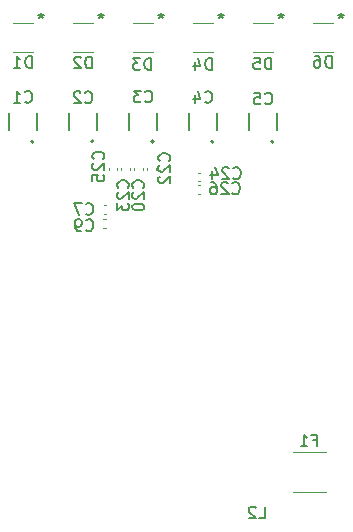
<source format=gbr>
%TF.GenerationSoftware,KiCad,Pcbnew,(6.0.10)*%
%TF.CreationDate,2023-01-11T14:45:21-05:00*%
%TF.ProjectId,cyton hat,6379746f-6e20-4686-9174-2e6b69636164,rev?*%
%TF.SameCoordinates,Original*%
%TF.FileFunction,Legend,Bot*%
%TF.FilePolarity,Positive*%
%FSLAX46Y46*%
G04 Gerber Fmt 4.6, Leading zero omitted, Abs format (unit mm)*
G04 Created by KiCad (PCBNEW (6.0.10)) date 2023-01-11 14:45:21*
%MOMM*%
%LPD*%
G01*
G04 APERTURE LIST*
%ADD10C,0.150000*%
%ADD11C,0.120000*%
%ADD12C,0.127000*%
%ADD13C,0.200000*%
G04 APERTURE END LIST*
D10*
%TO.C,C26*%
X146212857Y-101654942D02*
X146260476Y-101702561D01*
X146403333Y-101750180D01*
X146498571Y-101750180D01*
X146641428Y-101702561D01*
X146736666Y-101607323D01*
X146784285Y-101512085D01*
X146831904Y-101321609D01*
X146831904Y-101178752D01*
X146784285Y-100988276D01*
X146736666Y-100893038D01*
X146641428Y-100797800D01*
X146498571Y-100750180D01*
X146403333Y-100750180D01*
X146260476Y-100797800D01*
X146212857Y-100845419D01*
X145831904Y-100845419D02*
X145784285Y-100797800D01*
X145689047Y-100750180D01*
X145450952Y-100750180D01*
X145355714Y-100797800D01*
X145308095Y-100845419D01*
X145260476Y-100940657D01*
X145260476Y-101035895D01*
X145308095Y-101178752D01*
X145879523Y-101750180D01*
X145260476Y-101750180D01*
X144403333Y-100750180D02*
X144593809Y-100750180D01*
X144689047Y-100797800D01*
X144736666Y-100845419D01*
X144831904Y-100988276D01*
X144879523Y-101178752D01*
X144879523Y-101559704D01*
X144831904Y-101654942D01*
X144784285Y-101702561D01*
X144689047Y-101750180D01*
X144498571Y-101750180D01*
X144403333Y-101702561D01*
X144355714Y-101654942D01*
X144308095Y-101559704D01*
X144308095Y-101321609D01*
X144355714Y-101226371D01*
X144403333Y-101178752D01*
X144498571Y-101131133D01*
X144689047Y-101131133D01*
X144784285Y-101178752D01*
X144831904Y-101226371D01*
X144879523Y-101321609D01*
%TO.C,C25*%
X135256542Y-98772742D02*
X135304161Y-98725123D01*
X135351780Y-98582266D01*
X135351780Y-98487028D01*
X135304161Y-98344171D01*
X135208923Y-98248933D01*
X135113685Y-98201314D01*
X134923209Y-98153695D01*
X134780352Y-98153695D01*
X134589876Y-98201314D01*
X134494638Y-98248933D01*
X134399400Y-98344171D01*
X134351780Y-98487028D01*
X134351780Y-98582266D01*
X134399400Y-98725123D01*
X134447019Y-98772742D01*
X134447019Y-99153695D02*
X134399400Y-99201314D01*
X134351780Y-99296552D01*
X134351780Y-99534647D01*
X134399400Y-99629885D01*
X134447019Y-99677504D01*
X134542257Y-99725123D01*
X134637495Y-99725123D01*
X134780352Y-99677504D01*
X135351780Y-99106076D01*
X135351780Y-99725123D01*
X134351780Y-100629885D02*
X134351780Y-100153695D01*
X134827971Y-100106076D01*
X134780352Y-100153695D01*
X134732733Y-100248933D01*
X134732733Y-100487028D01*
X134780352Y-100582266D01*
X134827971Y-100629885D01*
X134923209Y-100677504D01*
X135161304Y-100677504D01*
X135256542Y-100629885D01*
X135304161Y-100582266D01*
X135351780Y-100487028D01*
X135351780Y-100248933D01*
X135304161Y-100153695D01*
X135256542Y-100106076D01*
%TO.C,C5*%
X148959866Y-94057742D02*
X149007485Y-94105361D01*
X149150342Y-94152980D01*
X149245580Y-94152980D01*
X149388438Y-94105361D01*
X149483676Y-94010123D01*
X149531295Y-93914885D01*
X149578914Y-93724409D01*
X149578914Y-93581552D01*
X149531295Y-93391076D01*
X149483676Y-93295838D01*
X149388438Y-93200600D01*
X149245580Y-93152980D01*
X149150342Y-93152980D01*
X149007485Y-93200600D01*
X148959866Y-93248219D01*
X148055104Y-93152980D02*
X148531295Y-93152980D01*
X148578914Y-93629171D01*
X148531295Y-93581552D01*
X148436057Y-93533933D01*
X148197961Y-93533933D01*
X148102723Y-93581552D01*
X148055104Y-93629171D01*
X148007485Y-93724409D01*
X148007485Y-93962504D01*
X148055104Y-94057742D01*
X148102723Y-94105361D01*
X148197961Y-94152980D01*
X148436057Y-94152980D01*
X148531295Y-94105361D01*
X148578914Y-94057742D01*
%TO.C,C4*%
X143879866Y-93930742D02*
X143927485Y-93978361D01*
X144070342Y-94025980D01*
X144165580Y-94025980D01*
X144308438Y-93978361D01*
X144403676Y-93883123D01*
X144451295Y-93787885D01*
X144498914Y-93597409D01*
X144498914Y-93454552D01*
X144451295Y-93264076D01*
X144403676Y-93168838D01*
X144308438Y-93073600D01*
X144165580Y-93025980D01*
X144070342Y-93025980D01*
X143927485Y-93073600D01*
X143879866Y-93121219D01*
X143022723Y-93359314D02*
X143022723Y-94025980D01*
X143260819Y-92978361D02*
X143498914Y-93692647D01*
X142879866Y-93692647D01*
%TO.C,C20*%
X138634742Y-101211142D02*
X138682361Y-101163523D01*
X138729980Y-101020666D01*
X138729980Y-100925428D01*
X138682361Y-100782571D01*
X138587123Y-100687333D01*
X138491885Y-100639714D01*
X138301409Y-100592095D01*
X138158552Y-100592095D01*
X137968076Y-100639714D01*
X137872838Y-100687333D01*
X137777600Y-100782571D01*
X137729980Y-100925428D01*
X137729980Y-101020666D01*
X137777600Y-101163523D01*
X137825219Y-101211142D01*
X137825219Y-101592095D02*
X137777600Y-101639714D01*
X137729980Y-101734952D01*
X137729980Y-101973047D01*
X137777600Y-102068285D01*
X137825219Y-102115904D01*
X137920457Y-102163523D01*
X138015695Y-102163523D01*
X138158552Y-102115904D01*
X138729980Y-101544476D01*
X138729980Y-102163523D01*
X137729980Y-102782571D02*
X137729980Y-102877809D01*
X137777600Y-102973047D01*
X137825219Y-103020666D01*
X137920457Y-103068285D01*
X138110933Y-103115904D01*
X138349028Y-103115904D01*
X138539504Y-103068285D01*
X138634742Y-103020666D01*
X138682361Y-102973047D01*
X138729980Y-102877809D01*
X138729980Y-102782571D01*
X138682361Y-102687333D01*
X138634742Y-102639714D01*
X138539504Y-102592095D01*
X138349028Y-102544476D01*
X138110933Y-102544476D01*
X137920457Y-102592095D01*
X137825219Y-102639714D01*
X137777600Y-102687333D01*
X137729980Y-102782571D01*
%TO.C,D4*%
X144451295Y-91231980D02*
X144451295Y-90231980D01*
X144213200Y-90231980D01*
X144070342Y-90279600D01*
X143975104Y-90374838D01*
X143927485Y-90470076D01*
X143879866Y-90660552D01*
X143879866Y-90803409D01*
X143927485Y-90993885D01*
X143975104Y-91089123D01*
X144070342Y-91184361D01*
X144213200Y-91231980D01*
X144451295Y-91231980D01*
X143022723Y-90565314D02*
X143022723Y-91231980D01*
X143260819Y-90184361D02*
X143498914Y-90898647D01*
X142879866Y-90898647D01*
X145237200Y-86421980D02*
X145237200Y-86660076D01*
X145475295Y-86564838D02*
X145237200Y-86660076D01*
X144999104Y-86564838D01*
X145380057Y-86850552D02*
X145237200Y-86660076D01*
X145094342Y-86850552D01*
%TO.C,D6*%
X154611295Y-91028780D02*
X154611295Y-90028780D01*
X154373200Y-90028780D01*
X154230342Y-90076400D01*
X154135104Y-90171638D01*
X154087485Y-90266876D01*
X154039866Y-90457352D01*
X154039866Y-90600209D01*
X154087485Y-90790685D01*
X154135104Y-90885923D01*
X154230342Y-90981161D01*
X154373200Y-91028780D01*
X154611295Y-91028780D01*
X153182723Y-90028780D02*
X153373200Y-90028780D01*
X153468438Y-90076400D01*
X153516057Y-90124019D01*
X153611295Y-90266876D01*
X153658914Y-90457352D01*
X153658914Y-90838304D01*
X153611295Y-90933542D01*
X153563676Y-90981161D01*
X153468438Y-91028780D01*
X153277961Y-91028780D01*
X153182723Y-90981161D01*
X153135104Y-90933542D01*
X153087485Y-90838304D01*
X153087485Y-90600209D01*
X153135104Y-90504971D01*
X153182723Y-90457352D01*
X153277961Y-90409733D01*
X153468438Y-90409733D01*
X153563676Y-90457352D01*
X153611295Y-90504971D01*
X153658914Y-90600209D01*
X155397200Y-86421980D02*
X155397200Y-86660076D01*
X155635295Y-86564838D02*
X155397200Y-86660076D01*
X155159104Y-86564838D01*
X155540057Y-86850552D02*
X155397200Y-86660076D01*
X155254342Y-86850552D01*
%TO.C,C1*%
X128639866Y-93905342D02*
X128687485Y-93952961D01*
X128830342Y-94000580D01*
X128925580Y-94000580D01*
X129068438Y-93952961D01*
X129163676Y-93857723D01*
X129211295Y-93762485D01*
X129258914Y-93572009D01*
X129258914Y-93429152D01*
X129211295Y-93238676D01*
X129163676Y-93143438D01*
X129068438Y-93048200D01*
X128925580Y-93000580D01*
X128830342Y-93000580D01*
X128687485Y-93048200D01*
X128639866Y-93095819D01*
X127687485Y-94000580D02*
X128258914Y-94000580D01*
X127973200Y-94000580D02*
X127973200Y-93000580D01*
X128068438Y-93143438D01*
X128163676Y-93238676D01*
X128258914Y-93286295D01*
%TO.C,F1*%
X153038133Y-122576771D02*
X153371466Y-122576771D01*
X153371466Y-123100580D02*
X153371466Y-122100580D01*
X152895276Y-122100580D01*
X151990514Y-123100580D02*
X152561942Y-123100580D01*
X152276228Y-123100580D02*
X152276228Y-122100580D01*
X152371466Y-122243438D01*
X152466704Y-122338676D01*
X152561942Y-122386295D01*
%TO.C,C9*%
X133821466Y-104781742D02*
X133869085Y-104829361D01*
X134011942Y-104876980D01*
X134107180Y-104876980D01*
X134250038Y-104829361D01*
X134345276Y-104734123D01*
X134392895Y-104638885D01*
X134440514Y-104448409D01*
X134440514Y-104305552D01*
X134392895Y-104115076D01*
X134345276Y-104019838D01*
X134250038Y-103924600D01*
X134107180Y-103876980D01*
X134011942Y-103876980D01*
X133869085Y-103924600D01*
X133821466Y-103972219D01*
X133345276Y-104876980D02*
X133154800Y-104876980D01*
X133059561Y-104829361D01*
X133011942Y-104781742D01*
X132916704Y-104638885D01*
X132869085Y-104448409D01*
X132869085Y-104067457D01*
X132916704Y-103972219D01*
X132964323Y-103924600D01*
X133059561Y-103876980D01*
X133250038Y-103876980D01*
X133345276Y-103924600D01*
X133392895Y-103972219D01*
X133440514Y-104067457D01*
X133440514Y-104305552D01*
X133392895Y-104400790D01*
X133345276Y-104448409D01*
X133250038Y-104496028D01*
X133059561Y-104496028D01*
X132964323Y-104448409D01*
X132916704Y-104400790D01*
X132869085Y-104305552D01*
%TO.C,D3*%
X139320495Y-91231980D02*
X139320495Y-90231980D01*
X139082400Y-90231980D01*
X138939542Y-90279600D01*
X138844304Y-90374838D01*
X138796685Y-90470076D01*
X138749066Y-90660552D01*
X138749066Y-90803409D01*
X138796685Y-90993885D01*
X138844304Y-91089123D01*
X138939542Y-91184361D01*
X139082400Y-91231980D01*
X139320495Y-91231980D01*
X138415733Y-90231980D02*
X137796685Y-90231980D01*
X138130019Y-90612933D01*
X137987161Y-90612933D01*
X137891923Y-90660552D01*
X137844304Y-90708171D01*
X137796685Y-90803409D01*
X137796685Y-91041504D01*
X137844304Y-91136742D01*
X137891923Y-91184361D01*
X137987161Y-91231980D01*
X138272876Y-91231980D01*
X138368114Y-91184361D01*
X138415733Y-91136742D01*
X140157200Y-86421980D02*
X140157200Y-86660076D01*
X140395295Y-86564838D02*
X140157200Y-86660076D01*
X139919104Y-86564838D01*
X140300057Y-86850552D02*
X140157200Y-86660076D01*
X140014342Y-86850552D01*
%TO.C,C23*%
X137339342Y-101211142D02*
X137386961Y-101163523D01*
X137434580Y-101020666D01*
X137434580Y-100925428D01*
X137386961Y-100782571D01*
X137291723Y-100687333D01*
X137196485Y-100639714D01*
X137006009Y-100592095D01*
X136863152Y-100592095D01*
X136672676Y-100639714D01*
X136577438Y-100687333D01*
X136482200Y-100782571D01*
X136434580Y-100925428D01*
X136434580Y-101020666D01*
X136482200Y-101163523D01*
X136529819Y-101211142D01*
X136529819Y-101592095D02*
X136482200Y-101639714D01*
X136434580Y-101734952D01*
X136434580Y-101973047D01*
X136482200Y-102068285D01*
X136529819Y-102115904D01*
X136625057Y-102163523D01*
X136720295Y-102163523D01*
X136863152Y-102115904D01*
X137434580Y-101544476D01*
X137434580Y-102163523D01*
X136434580Y-102496857D02*
X136434580Y-103115904D01*
X136815533Y-102782571D01*
X136815533Y-102925428D01*
X136863152Y-103020666D01*
X136910771Y-103068285D01*
X137006009Y-103115904D01*
X137244104Y-103115904D01*
X137339342Y-103068285D01*
X137386961Y-103020666D01*
X137434580Y-102925428D01*
X137434580Y-102639714D01*
X137386961Y-102544476D01*
X137339342Y-102496857D01*
%TO.C,C3*%
X138799866Y-93879942D02*
X138847485Y-93927561D01*
X138990342Y-93975180D01*
X139085580Y-93975180D01*
X139228438Y-93927561D01*
X139323676Y-93832323D01*
X139371295Y-93737085D01*
X139418914Y-93546609D01*
X139418914Y-93403752D01*
X139371295Y-93213276D01*
X139323676Y-93118038D01*
X139228438Y-93022800D01*
X139085580Y-92975180D01*
X138990342Y-92975180D01*
X138847485Y-93022800D01*
X138799866Y-93070419D01*
X138466533Y-92975180D02*
X137847485Y-92975180D01*
X138180819Y-93356133D01*
X138037961Y-93356133D01*
X137942723Y-93403752D01*
X137895104Y-93451371D01*
X137847485Y-93546609D01*
X137847485Y-93784704D01*
X137895104Y-93879942D01*
X137942723Y-93927561D01*
X138037961Y-93975180D01*
X138323676Y-93975180D01*
X138418914Y-93927561D01*
X138466533Y-93879942D01*
%TO.C,L2*%
X148451866Y-129204980D02*
X148928057Y-129204980D01*
X148928057Y-128204980D01*
X148166152Y-128300219D02*
X148118533Y-128252600D01*
X148023295Y-128204980D01*
X147785200Y-128204980D01*
X147689961Y-128252600D01*
X147642342Y-128300219D01*
X147594723Y-128395457D01*
X147594723Y-128490695D01*
X147642342Y-128633552D01*
X148213771Y-129204980D01*
X147594723Y-129204980D01*
%TO.C,C24*%
X146289057Y-100384942D02*
X146336676Y-100432561D01*
X146479533Y-100480180D01*
X146574771Y-100480180D01*
X146717628Y-100432561D01*
X146812866Y-100337323D01*
X146860485Y-100242085D01*
X146908104Y-100051609D01*
X146908104Y-99908752D01*
X146860485Y-99718276D01*
X146812866Y-99623038D01*
X146717628Y-99527800D01*
X146574771Y-99480180D01*
X146479533Y-99480180D01*
X146336676Y-99527800D01*
X146289057Y-99575419D01*
X145908104Y-99575419D02*
X145860485Y-99527800D01*
X145765247Y-99480180D01*
X145527152Y-99480180D01*
X145431914Y-99527800D01*
X145384295Y-99575419D01*
X145336676Y-99670657D01*
X145336676Y-99765895D01*
X145384295Y-99908752D01*
X145955723Y-100480180D01*
X145336676Y-100480180D01*
X144479533Y-99813514D02*
X144479533Y-100480180D01*
X144717628Y-99432561D02*
X144955723Y-100146847D01*
X144336676Y-100146847D01*
%TO.C,D1*%
X129211295Y-91054180D02*
X129211295Y-90054180D01*
X128973200Y-90054180D01*
X128830342Y-90101800D01*
X128735104Y-90197038D01*
X128687485Y-90292276D01*
X128639866Y-90482752D01*
X128639866Y-90625609D01*
X128687485Y-90816085D01*
X128735104Y-90911323D01*
X128830342Y-91006561D01*
X128973200Y-91054180D01*
X129211295Y-91054180D01*
X127687485Y-91054180D02*
X128258914Y-91054180D01*
X127973200Y-91054180D02*
X127973200Y-90054180D01*
X128068438Y-90197038D01*
X128163676Y-90292276D01*
X128258914Y-90339895D01*
X129997200Y-86421980D02*
X129997200Y-86660076D01*
X130235295Y-86564838D02*
X129997200Y-86660076D01*
X129759104Y-86564838D01*
X130140057Y-86850552D02*
X129997200Y-86660076D01*
X129854342Y-86850552D01*
%TO.C,C2*%
X133719866Y-93956142D02*
X133767485Y-94003761D01*
X133910342Y-94051380D01*
X134005580Y-94051380D01*
X134148438Y-94003761D01*
X134243676Y-93908523D01*
X134291295Y-93813285D01*
X134338914Y-93622809D01*
X134338914Y-93479952D01*
X134291295Y-93289476D01*
X134243676Y-93194238D01*
X134148438Y-93099000D01*
X134005580Y-93051380D01*
X133910342Y-93051380D01*
X133767485Y-93099000D01*
X133719866Y-93146619D01*
X133338914Y-93146619D02*
X133291295Y-93099000D01*
X133196057Y-93051380D01*
X132957961Y-93051380D01*
X132862723Y-93099000D01*
X132815104Y-93146619D01*
X132767485Y-93241857D01*
X132767485Y-93337095D01*
X132815104Y-93479952D01*
X133386533Y-94051380D01*
X132767485Y-94051380D01*
%TO.C,C22*%
X140844542Y-98925142D02*
X140892161Y-98877523D01*
X140939780Y-98734666D01*
X140939780Y-98639428D01*
X140892161Y-98496571D01*
X140796923Y-98401333D01*
X140701685Y-98353714D01*
X140511209Y-98306095D01*
X140368352Y-98306095D01*
X140177876Y-98353714D01*
X140082638Y-98401333D01*
X139987400Y-98496571D01*
X139939780Y-98639428D01*
X139939780Y-98734666D01*
X139987400Y-98877523D01*
X140035019Y-98925142D01*
X140035019Y-99306095D02*
X139987400Y-99353714D01*
X139939780Y-99448952D01*
X139939780Y-99687047D01*
X139987400Y-99782285D01*
X140035019Y-99829904D01*
X140130257Y-99877523D01*
X140225495Y-99877523D01*
X140368352Y-99829904D01*
X140939780Y-99258476D01*
X140939780Y-99877523D01*
X140035019Y-100258476D02*
X139987400Y-100306095D01*
X139939780Y-100401333D01*
X139939780Y-100639428D01*
X139987400Y-100734666D01*
X140035019Y-100782285D01*
X140130257Y-100829904D01*
X140225495Y-100829904D01*
X140368352Y-100782285D01*
X140939780Y-100210857D01*
X140939780Y-100829904D01*
%TO.C,D2*%
X134316695Y-91104980D02*
X134316695Y-90104980D01*
X134078600Y-90104980D01*
X133935742Y-90152600D01*
X133840504Y-90247838D01*
X133792885Y-90343076D01*
X133745266Y-90533552D01*
X133745266Y-90676409D01*
X133792885Y-90866885D01*
X133840504Y-90962123D01*
X133935742Y-91057361D01*
X134078600Y-91104980D01*
X134316695Y-91104980D01*
X133364314Y-90200219D02*
X133316695Y-90152600D01*
X133221457Y-90104980D01*
X132983361Y-90104980D01*
X132888123Y-90152600D01*
X132840504Y-90200219D01*
X132792885Y-90295457D01*
X132792885Y-90390695D01*
X132840504Y-90533552D01*
X133411933Y-91104980D01*
X132792885Y-91104980D01*
X135077200Y-86421980D02*
X135077200Y-86660076D01*
X135315295Y-86564838D02*
X135077200Y-86660076D01*
X134839104Y-86564838D01*
X135220057Y-86850552D02*
X135077200Y-86660076D01*
X134934342Y-86850552D01*
%TO.C,C7*%
X133796066Y-103407542D02*
X133843685Y-103455161D01*
X133986542Y-103502780D01*
X134081780Y-103502780D01*
X134224638Y-103455161D01*
X134319876Y-103359923D01*
X134367495Y-103264685D01*
X134415114Y-103074209D01*
X134415114Y-102931352D01*
X134367495Y-102740876D01*
X134319876Y-102645638D01*
X134224638Y-102550400D01*
X134081780Y-102502780D01*
X133986542Y-102502780D01*
X133843685Y-102550400D01*
X133796066Y-102598019D01*
X133462733Y-102502780D02*
X132796066Y-102502780D01*
X133224638Y-103502780D01*
%TO.C,D5*%
X149505895Y-91181180D02*
X149505895Y-90181180D01*
X149267800Y-90181180D01*
X149124942Y-90228800D01*
X149029704Y-90324038D01*
X148982085Y-90419276D01*
X148934466Y-90609752D01*
X148934466Y-90752609D01*
X148982085Y-90943085D01*
X149029704Y-91038323D01*
X149124942Y-91133561D01*
X149267800Y-91181180D01*
X149505895Y-91181180D01*
X148029704Y-90181180D02*
X148505895Y-90181180D01*
X148553514Y-90657371D01*
X148505895Y-90609752D01*
X148410657Y-90562133D01*
X148172561Y-90562133D01*
X148077323Y-90609752D01*
X148029704Y-90657371D01*
X147982085Y-90752609D01*
X147982085Y-90990704D01*
X148029704Y-91085942D01*
X148077323Y-91133561D01*
X148172561Y-91181180D01*
X148410657Y-91181180D01*
X148505895Y-91133561D01*
X148553514Y-91085942D01*
X150317200Y-86421980D02*
X150317200Y-86660076D01*
X150555295Y-86564838D02*
X150317200Y-86660076D01*
X150079104Y-86564838D01*
X150460057Y-86850552D02*
X150317200Y-86660076D01*
X150174342Y-86850552D01*
D11*
%TO.C,C26*%
X143493436Y-101706000D02*
X143277764Y-101706000D01*
X143493436Y-100986000D02*
X143277764Y-100986000D01*
%TO.C,C25*%
X135733200Y-99508364D02*
X135733200Y-99724036D01*
X136453200Y-99508364D02*
X136453200Y-99724036D01*
D12*
%TO.C,C5*%
X147624200Y-94875600D02*
X147624200Y-96335600D01*
X149962200Y-96335600D02*
X149962200Y-94875600D01*
D13*
X149693200Y-97305600D02*
G75*
G03*
X149693200Y-97305600I-100000J0D01*
G01*
D12*
%TO.C,C4*%
X144882200Y-96335600D02*
X144882200Y-94875600D01*
X142544200Y-94875600D02*
X142544200Y-96335600D01*
D13*
X144613200Y-97305600D02*
G75*
G03*
X144613200Y-97305600I-100000J0D01*
G01*
D11*
%TO.C,C20*%
X138612200Y-99508364D02*
X138612200Y-99724036D01*
X137892200Y-99508364D02*
X137892200Y-99724036D01*
%TO.C,D4*%
X144551400Y-89700100D02*
X142875000Y-89700100D01*
X142875000Y-87287100D02*
X144551400Y-87287100D01*
%TO.C,D6*%
X153035000Y-87287100D02*
X154711400Y-87287100D01*
X154711400Y-89700100D02*
X153035000Y-89700100D01*
D12*
%TO.C,C1*%
X127304200Y-94875600D02*
X127304200Y-96335600D01*
X129642200Y-96335600D02*
X129642200Y-94875600D01*
D13*
X129373200Y-97305600D02*
G75*
G03*
X129373200Y-97305600I-100000J0D01*
G01*
D11*
%TO.C,F1*%
X154091052Y-123588200D02*
X151318548Y-123588200D01*
X154091052Y-127008200D02*
X151318548Y-127008200D01*
%TO.C,C9*%
X135274164Y-104604200D02*
X135489836Y-104604200D01*
X135274164Y-103884200D02*
X135489836Y-103884200D01*
%TO.C,D3*%
X139471400Y-89700100D02*
X137795000Y-89700100D01*
X137795000Y-87287100D02*
X139471400Y-87287100D01*
%TO.C,C23*%
X136800000Y-99508364D02*
X136800000Y-99724036D01*
X137520000Y-99508364D02*
X137520000Y-99724036D01*
D12*
%TO.C,C3*%
X137464200Y-94861300D02*
X137464200Y-96321300D01*
X139802200Y-96321300D02*
X139802200Y-94861300D01*
D13*
X139533200Y-97291300D02*
G75*
G03*
X139533200Y-97291300I-100000J0D01*
G01*
D11*
%TO.C,C24*%
X143493436Y-99919200D02*
X143277764Y-99919200D01*
X143493436Y-100639200D02*
X143277764Y-100639200D01*
%TO.C,D1*%
X127635000Y-87287100D02*
X129311400Y-87287100D01*
X129311400Y-89700100D02*
X127635000Y-89700100D01*
D12*
%TO.C,C2*%
X134722200Y-96310200D02*
X134722200Y-94850200D01*
X132384200Y-94850200D02*
X132384200Y-96310200D01*
D13*
X134453200Y-97280200D02*
G75*
G03*
X134453200Y-97280200I-100000J0D01*
G01*
D11*
%TO.C,C22*%
X139704400Y-99508364D02*
X139704400Y-99724036D01*
X138984400Y-99508364D02*
X138984400Y-99724036D01*
%TO.C,D2*%
X134391400Y-89700100D02*
X132715000Y-89700100D01*
X132715000Y-87287100D02*
X134391400Y-87287100D01*
%TO.C,C7*%
X135324964Y-103407800D02*
X135540636Y-103407800D01*
X135324964Y-102687800D02*
X135540636Y-102687800D01*
%TO.C,D5*%
X149631400Y-89700100D02*
X147955000Y-89700100D01*
X147955000Y-87287100D02*
X149631400Y-87287100D01*
%TD*%
M02*

</source>
